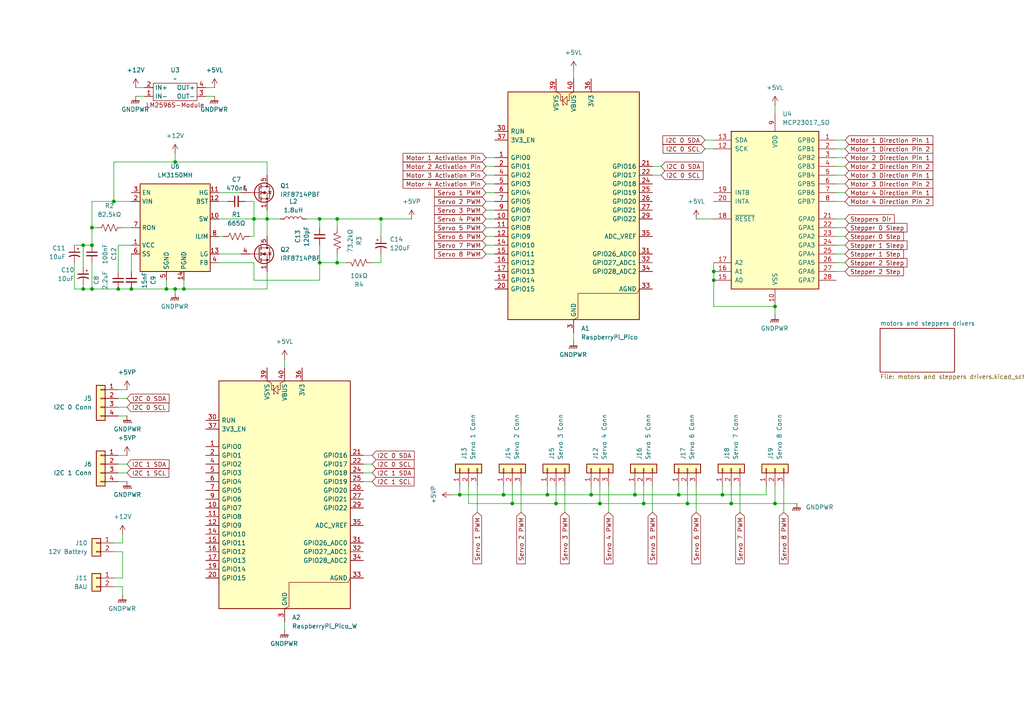
<source format=kicad_sch>
(kicad_sch (version 20250114) (generator "eeschema") (generator_version "9.0")
  (paper "A4")
  (lib_symbols
    (symbol "Connector_Generic:Conn_01x02" (pin_names (offset 1.016) (hide yes))
      (property "Reference" "J" (at 0 2.54 0))
      (property "Value" "Conn_01x02" (at 0 -5.08 0))
      (symbol "Conn_01x02_1_1"
        (pin passive line (at -5.08 0 0) (length 3.81) (name "Pin_1") (number "1"))
        (pin passive line (at -5.08 -2.54 0) (length 3.81) (name "Pin_2") (number "2"))
      )
    )
    (symbol "Connector_Generic:Conn_01x03" (pin_names (offset 1.016) (hide yes))
      (property "Reference" "J" (at 0 5.08 0))
      (property "Value" "Conn_01x03" (at 0 -5.08 0))
      (symbol "Conn_01x03_1_1"
        (pin passive line (at -5.08 2.54 0) (length 3.81) (name "Pin_1") (number "1"))
        (pin passive line (at -5.08 0 0) (length 3.81) (name "Pin_2") (number "2"))
        (pin passive line (at -5.08 -2.54 0) (length 3.81) (name "Pin_3") (number "3"))
      )
    )
    (symbol "Connector_Generic:Conn_01x04" (pin_names (offset 1.016) (hide yes))
      (property "Reference" "J" (at 0 5.08 0))
      (property "Value" "Conn_01x04" (at 0 -7.62 0))
      (symbol "Conn_01x04_1_1"
        (pin passive line (at -5.08 2.54 0) (length 3.81) (name "Pin_1") (number "1"))
        (pin passive line (at -5.08 0 0) (length 3.81) (name "Pin_2") (number "2"))
        (pin passive line (at -5.08 -2.54 0) (length 3.81) (name "Pin_3") (number "3"))
        (pin passive line (at -5.08 -5.08 0) (length 3.81) (name "Pin_4") (number "4"))
      )
    )
    (symbol "Device:C_Polarized_Small_US" (pin_numbers (hide yes)) (pin_names (offset 0.254) (hide yes))
      (property "Reference" "C" (at 0.254 1.778 0))
      (property "Value" "C_Polarized_Small_US" (at 0.254 -2.032 0))
      (symbol "C_Polarized_Small_US_1_1"
        (pin passive line (at 0 2.54 270) (length 2.032) (name "~") (number "1"))
        (pin passive line (at 0 -2.54 90) (length 2.032) (name "~") (number "2"))
      )
    )
    (symbol "Device:C_Small" (pin_numbers (hide yes)) (pin_names (offset 0.254) (hide yes))
      (property "Reference" "C" (at 0.254 1.778 0))
      (property "Value" "C_Small" (at 0.254 -2.032 0))
      (symbol "C_Small_1_1"
        (pin passive line (at 0 2.54 270) (length 2.032) (name "~") (number "1"))
        (pin passive line (at 0 -2.54 90) (length 2.032) (name "~") (number "2"))
      )
    )
    (symbol "Device:L" (pin_numbers (hide yes)) (pin_names (offset 1.016) (hide yes))
      (property "Reference" "L" (at -1.27 0 90))
      (property "Value" "L" (at 1.905 0 90))
      (symbol "L_1_1"
        (pin passive line (at 0 3.81 270) (length 1.27) (name "1") (number "1"))
        (pin passive line (at 0 -3.81 90) (length 1.27) (name "2") (number "2"))
      )
    )
    (symbol "Device:R_US" (pin_numbers (hide yes)) (pin_names (offset 0))
      (property "Reference" "R" (at 2.54 0 90))
      (property "Value" "R_US" (at -2.54 0 90))
      (symbol "R_US_1_1"
        (pin passive line (at 0 3.81 270) (length 1.27) (name "~") (number "1"))
        (pin passive line (at 0 -3.81 90) (length 1.27) (name "~") (number "2"))
      )
    )
    (symbol "Interface_Expansion:MCP23017_SO" (pin_names (offset 1.016))
      (property "Reference" "U" (at -11.43 24.13 0))
      (property "Value" "MCP23017_SO" (at 0 0 0))
      (symbol "MCP23017_SO_1_1"
        (pin bidirectional line (at -17.78 20.32 0) (length 5.08) (name "SDA") (number "13"))
        (pin input line (at -17.78 17.78 0) (length 5.08) (name "SCK") (number "12"))
        (pin tri_state line (at -17.78 5.08 0) (length 5.08) (name "INTB") (number "19"))
        (pin tri_state line (at -17.78 2.54 0) (length 5.08) (name "INTA") (number "20"))
        (pin input line (at -17.78 -2.54 0) (length 5.08) (name "~{RESET}") (number "18"))
        (pin input line (at -17.78 -15.24 0) (length 5.08) (name "A2") (number "17"))
        (pin input line (at -17.78 -17.78 0) (length 5.08) (name "A1") (number "16"))
        (pin input line (at -17.78 -20.32 0) (length 5.08) (name "A0") (number "15"))
        (pin no_connect line (at -12.7 15.24 0) (length 5.08) (hide yes) (name "NC") (number "11"))
        (pin no_connect line (at -12.7 12.7 0) (length 5.08) (hide yes) (name "NC") (number "14"))
        (pin power_in line (at 0 27.94 270) (length 5.08) (name "VDD") (number "9"))
        (pin power_in line (at 0 -27.94 90) (length 5.08) (name "VSS") (number "10"))
        (pin bidirectional line (at 17.78 20.32 180) (length 5.08) (name "GPB0") (number "1"))
        (pin bidirectional line (at 17.78 17.78 180) (length 5.08) (name "GPB1") (number "2"))
        (pin bidirectional line (at 17.78 15.24 180) (length 5.08) (name "GPB2") (number "3"))
        (pin bidirectional line (at 17.78 12.7 180) (length 5.08) (name "GPB3") (number "4"))
        (pin bidirectional line (at 17.78 10.16 180) (length 5.08) (name "GPB4") (number "5"))
        (pin bidirectional line (at 17.78 7.62 180) (length 5.08) (name "GPB5") (number "6"))
        (pin bidirectional line (at 17.78 5.08 180) (length 5.08) (name "GPB6") (number "7"))
        (pin output line (at 17.78 2.54 180) (length 5.08) (name "GPB7") (number "8"))
        (pin bidirectional line (at 17.78 -2.54 180) (length 5.08) (name "GPA0") (number "21"))
        (pin bidirectional line (at 17.78 -5.08 180) (length 5.08) (name "GPA1") (number "22"))
        (pin bidirectional line (at 17.78 -7.62 180) (length 5.08) (name "GPA2") (number "23"))
        (pin bidirectional line (at 17.78 -10.16 180) (length 5.08) (name "GPA3") (number "24"))
        (pin bidirectional line (at 17.78 -12.7 180) (length 5.08) (name "GPA4") (number "25"))
        (pin bidirectional line (at 17.78 -15.24 180) (length 5.08) (name "GPA5") (number "26"))
        (pin bidirectional line (at 17.78 -17.78 180) (length 5.08) (name "GPA6") (number "27"))
        (pin output line (at 17.78 -20.32 180) (length 5.08) (name "GPA7") (number "28"))
      )
    )
    (symbol "LM2596S-Module:LM2596S-Module"
      (property "Reference" "U" (at 0 3.556 0))
      (symbol "LM2596S-Module_1_1"
        (text "LM2596S-Module" (at 0 -3.81 0) (effects (font (size 1.27 1.27))))
        (pin input line (at -8.89 1.27 0) (length 2.54) (name "IN+") (number "2"))
        (pin input line (at -8.89 -1.27 0) (length 2.54) (name "IN-") (number "1"))
        (pin input line (at 8.89 1.27 180) (length 2.54) (name "OUT+") (number "4"))
        (pin input line (at 8.89 -1.27 180) (length 2.54) (name "OUT-") (number "3"))
      )
    )
    (symbol "MCU_Module:RaspberryPi_Pico" (pin_names (offset 0.762))
      (property "Reference" "A" (at -19.05 35.56 0))
      (property "Value" "RaspberryPi_Pico" (at 7.62 35.56 0))
      (symbol "RaspberryPi_Pico_1_1"
        (pin passive line (at -22.86 22.86 0) (length 3.81) (name "RUN") (number "30"))
        (pin passive line (at -22.86 20.32 0) (length 3.81) (name "3V3_EN") (number "37"))
        (pin bidirectional line (at -22.86 15.24 0) (length 3.81) (name "GPIO0") (number "1"))
        (pin bidirectional line (at -22.86 12.7 0) (length 3.81) (name "GPIO1") (number "2"))
        (pin bidirectional line (at -22.86 10.16 0) (length 3.81) (name "GPIO2") (number "4"))
        (pin bidirectional line (at -22.86 7.62 0) (length 3.81) (name "GPIO3") (number "5"))
        (pin bidirectional line (at -22.86 5.08 0) (length 3.81) (name "GPIO4") (number "6"))
        (pin bidirectional line (at -22.86 2.54 0) (length 3.81) (name "GPIO5") (number "7"))
        (pin bidirectional line (at -22.86 0 0) (length 3.81) (name "GPIO6") (number "9"))
        (pin bidirectional line (at -22.86 -2.54 0) (length 3.81) (name "GPIO7") (number "10"))
        (pin bidirectional line (at -22.86 -5.08 0) (length 3.81) (name "GPIO8") (number "11"))
        (pin bidirectional line (at -22.86 -7.62 0) (length 3.81) (name "GPIO9") (number "12"))
        (pin bidirectional line (at -22.86 -10.16 0) (length 3.81) (name "GPIO10") (number "14"))
        (pin bidirectional line (at -22.86 -12.7 0) (length 3.81) (name "GPIO11") (number "15"))
        (pin bidirectional line (at -22.86 -15.24 0) (length 3.81) (name "GPIO12") (number "16"))
        (pin bidirectional line (at -22.86 -17.78 0) (length 3.81) (name "GPIO13") (number "17"))
        (pin bidirectional line (at -22.86 -20.32 0) (length 3.81) (name "GPIO14") (number "19"))
        (pin bidirectional line (at -22.86 -22.86 0) (length 3.81) (name "GPIO15") (number "20"))
        (pin power_in line (at -5.08 38.1 270) (length 3.81) (name "VSYS") (number "39"))
        (pin power_out line (at 0 38.1 270) (length 3.81) (name "VBUS") (number "40"))
        (pin passive line (at 0 -35.56 90) (length 3.81) (hide yes) (name "GND") (number "13"))
        (pin passive line (at 0 -35.56 90) (length 3.81) (hide yes) (name "GND") (number "18"))
        (pin passive line (at 0 -35.56 90) (length 3.81) (hide yes) (name "GND") (number "23"))
        (pin passive line (at 0 -35.56 90) (length 3.81) (hide yes) (name "GND") (number "28"))
        (pin power_out line (at 0 -35.56 90) (length 3.81) (name "GND") (number "3"))
        (pin passive line (at 0 -35.56 90) (length 3.81) (hide yes) (name "GND") (number "38"))
        (pin passive line (at 0 -35.56 90) (length 3.81) (hide yes) (name "GND") (number "8"))
        (pin power_out line (at 5.08 38.1 270) (length 3.81) (name "3V3") (number "36"))
        (pin bidirectional line (at 22.86 12.7 180) (length 3.81) (name "GPIO16") (number "21"))
        (pin bidirectional line (at 22.86 10.16 180) (length 3.81) (name "GPIO17") (number "22"))
        (pin bidirectional line (at 22.86 7.62 180) (length 3.81) (name "GPIO18") (number "24"))
        (pin bidirectional line (at 22.86 5.08 180) (length 3.81) (name "GPIO19") (number "25"))
        (pin bidirectional line (at 22.86 2.54 180) (length 3.81) (name "GPIO20") (number "26"))
        (pin bidirectional line (at 22.86 0 180) (length 3.81) (name "GPIO21") (number "27"))
        (pin bidirectional line (at 22.86 -2.54 180) (length 3.81) (name "GPIO22") (number "29"))
        (pin power_in line (at 22.86 -7.62 180) (length 3.81) (name "ADC_VREF") (number "35"))
        (pin bidirectional line (at 22.86 -12.7 180) (length 3.81) (name "GPIO26_ADC0") (number "31"))
        (pin bidirectional line (at 22.86 -15.24 180) (length 3.81) (name "GPIO27_ADC1") (number "32"))
        (pin bidirectional line (at 22.86 -17.78 180) (length 3.81) (name "GPIO28_ADC2") (number "34"))
        (pin power_out line (at 22.86 -22.86 180) (length 3.81) (name "AGND") (number "33"))
      )
    )
    (symbol "MCU_Module:RaspberryPi_Pico_W" (pin_names (offset 0.762))
      (property "Reference" "A" (at -19.05 35.56 0))
      (property "Value" "RaspberryPi_Pico_W" (at 7.62 35.56 0))
      (symbol "RaspberryPi_Pico_W_1_1"
        (pin passive line (at -22.86 22.86 0) (length 3.81) (name "RUN") (number "30"))
        (pin passive line (at -22.86 20.32 0) (length 3.81) (name "3V3_EN") (number "37"))
        (pin bidirectional line (at -22.86 15.24 0) (length 3.81) (name "GPIO0") (number "1"))
        (pin bidirectional line (at -22.86 12.7 0) (length 3.81) (name "GPIO1") (number "2"))
        (pin bidirectional line (at -22.86 10.16 0) (length 3.81) (name "GPIO2") (number "4"))
        (pin bidirectional line (at -22.86 7.62 0) (length 3.81) (name "GPIO3") (number "5"))
        (pin bidirectional line (at -22.86 5.08 0) (length 3.81) (name "GPIO4") (number "6"))
        (pin bidirectional line (at -22.86 2.54 0) (length 3.81) (name "GPIO5") (number "7"))
        (pin bidirectional line (at -22.86 0 0) (length 3.81) (name "GPIO6") (number "9"))
        (pin bidirectional line (at -22.86 -2.54 0) (length 3.81) (name "GPIO7") (number "10"))
        (pin bidirectional line (at -22.86 -5.08 0) (length 3.81) (name "GPIO8") (number "11"))
        (pin bidirectional line (at -22.86 -7.62 0) (length 3.81) (name "GPIO9") (number "12"))
        (pin bidirectional line (at -22.86 -10.16 0) (length 3.81) (name "GPIO10") (number "14"))
        (pin bidirectional line (at -22.86 -12.7 0) (length 3.81) (name "GPIO11") (number "15"))
        (pin bidirectional line (at -22.86 -15.24 0) (length 3.81) (name "GPIO12") (number "16"))
        (pin bidirectional line (at -22.86 -17.78 0) (length 3.81) (name "GPIO13") (number "17"))
        (pin bidirectional line (at -22.86 -20.32 0) (length 3.81) (name "GPIO14") (number "19"))
        (pin bidirectional line (at -22.86 -22.86 0) (length 3.81) (name "GPIO15") (number "20"))
        (pin power_in line (at -5.08 38.1 270) (length 3.81) (name "VSYS") (number "39"))
        (pin power_out line (at 0 38.1 270) (length 3.81) (name "VBUS") (number "40"))
        (pin passive line (at 0 -35.56 90) (length 3.81) (hide yes) (name "GND") (number "13"))
        (pin passive line (at 0 -35.56 90) (length 3.81) (hide yes) (name "GND") (number "18"))
        (pin passive line (at 0 -35.56 90) (length 3.81) (hide yes) (name "GND") (number "23"))
        (pin passive line (at 0 -35.56 90) (length 3.81) (hide yes) (name "GND") (number "28"))
        (pin power_out line (at 0 -35.56 90) (length 3.81) (name "GND") (number "3"))
        (pin passive line (at 0 -35.56 90) (length 3.81) (hide yes) (name "GND") (number "38"))
        (pin passive line (at 0 -35.56 90) (length 3.81) (hide yes) (name "GND") (number "8"))
        (pin power_out line (at 5.08 38.1 270) (length 3.81) (name "3V3") (number "36"))
        (pin bidirectional line (at 22.86 12.7 180) (length 3.81) (name "GPIO16") (number "21"))
        (pin bidirectional line (at 22.86 10.16 180) (length 3.81) (name "GPIO17") (number "22"))
        (pin bidirectional line (at 22.86 7.62 180) (length 3.81) (name "GPIO18") (number "24"))
        (pin bidirectional line (at 22.86 5.08 180) (length 3.81) (name "GPIO19") (number "25"))
        (pin bidirectional line (at 22.86 2.54 180) (length 3.81) (name "GPIO20") (number "26"))
        (pin bidirectional line (at 22.86 0 180) (length 3.81) (name "GPIO21") (number "27"))
        (pin bidirectional line (at 22.86 -2.54 180) (length 3.81) (name "GPIO22") (number "29"))
        (pin power_in line (at 22.86 -7.62 180) (length 3.81) (name "ADC_VREF") (number "35"))
        (pin bidirectional line (at 22.86 -12.7 180) (length 3.81) (name "GPIO26_ADC0") (number "31"))
        (pin bidirectional line (at 22.86 -15.24 180) (length 3.81) (name "GPIO27_ADC1") (number "32"))
        (pin bidirectional line (at 22.86 -17.78 180) (length 3.81) (name "GPIO28_ADC2") (number "34"))
        (pin power_out line (at 22.86 -22.86 180) (length 3.81) (name "AGND") (number "33"))
      )
    )
    (symbol "Regulator_Switching:LM3150MH"
      (property "Reference" "U" (at -10.16 13.97 0))
      (property "Value" "LM3150MH" (at 2.54 13.97 0))
      (symbol "LM3150MH_1_1"
        (pin input line (at -12.7 10.16 0) (length 2.54) (name "EN") (number "3"))
        (pin power_in line (at -12.7 7.62 0) (length 2.54) (name "VIN") (number "2"))
        (pin input line (at -12.7 0 0) (length 2.54) (name "RON") (number "7"))
        (pin power_out line (at -12.7 -5.08 0) (length 2.54) (name "VCC") (number "1"))
        (pin passive line (at -12.7 -7.62 0) (length 2.54) (name "SS") (number "6"))
        (pin passive line (at -2.54 -15.24 90) (length 2.54) (hide yes) (name "SGND") (number "15"))
        (pin power_in line (at -2.54 -15.24 90) (length 2.54) (name "SGND") (number "5"))
        (pin passive line (at -2.54 -15.24 90) (length 2.54) (hide yes) (name "SGND") (number "9"))
        (pin power_in line (at 2.54 -15.24 90) (length 2.54) (name "PGND") (number "14"))
        (pin output line (at 12.7 10.16 180) (length 2.54) (name "HG") (number "11"))
        (pin passive line (at 12.7 7.62 180) (length 2.54) (name "BST") (number "12"))
        (pin output line (at 12.7 2.54 180) (length 2.54) (name "SW") (number "10"))
        (pin input line (at 12.7 -2.54 180) (length 2.54) (name "ILIM") (number "8"))
        (pin output line (at 12.7 -7.62 180) (length 2.54) (name "LG") (number "13"))
        (pin input line (at 12.7 -10.16 180) (length 2.54) (name "FB") (number "4"))
      )
    )
    (symbol "Transistor_FET:IRF8721PBF-1" (pin_names (hide yes))
      (property "Reference" "Q" (at 5.08 2.54 0))
      (property "Value" "IRF8721PBF-1" (at 5.08 0 0))
      (symbol "IRF8721PBF-1_1_1"
        (pin input line (at -5.08 0 0) (length 2.54) (name "G") (number "4"))
        (pin passive line (at 2.54 5.08 270) (length 2.54) (name "D") (number "5"))
        (pin passive line (at 2.54 5.08 270) (length 2.54) (hide yes) (name "D") (number "6"))
        (pin passive line (at 2.54 5.08 270) (length 2.54) (hide yes) (name "D") (number "7"))
        (pin passive line (at 2.54 5.08 270) (length 2.54) (hide yes) (name "D") (number "8"))
        (pin passive line (at 2.54 -5.08 90) (length 2.54) (name "S") (number "1"))
        (pin passive line (at 2.54 -5.08 90) (length 2.54) (hide yes) (name "S") (number "2"))
        (pin passive line (at 2.54 -5.08 90) (length 2.54) (hide yes) (name "S") (number "3"))
      )
    )
    (symbol "power:+12V" (power) (pin_numbers (hide yes)) (pin_names (offset 0) (hide yes))
      (property "Value" "+12V" (at 0 3.556 0))
      (symbol "+12V_1_1"
        (pin power_in line (at 0 0 90) (length 0) (name "~") (number "1"))
      )
    )
    (symbol "power:+5VL" (power) (pin_numbers (hide yes)) (pin_names (offset 0) (hide yes))
      (property "Value" "+5VL" (at 0 3.556 0))
      (symbol "+5VL_1_1"
        (pin power_in line (at 0 0 90) (length 0) (name "~") (number "1"))
      )
    )
    (symbol "power:+5VP" (power) (pin_numbers (hide yes)) (pin_names (offset 0) (hide yes))
      (property "Value" "+5VP" (at 0 3.556 0))
      (symbol "+5VP_1_1"
        (pin power_in line (at 0 0 90) (length 0) (name "~") (number "1"))
      )
    )
    (symbol "power:GNDPWR" (power) (pin_numbers (hide yes)) (pin_names (offset 0) (hide yes))
      (property "Value" "GNDPWR" (at 0 -3.302 0))
      (symbol "GNDPWR_1_1"
        (pin power_in line (at 0 0 270) (length 0) (name "~") (number "1"))
      )
    )
  )
  (junction (at 26.67 66.04))
  (junction (at 224.79 88.9))
  (junction (at 50.8 83.82))
  (junction (at 38.1 83.82))
  (junction (at 48.26 83.82))
  (junction (at 207.01 81.28))
  (junction (at 34.29 83.82))
  (junction (at 133.35 143.51))
  (junction (at 184.15 143.51))
  (junction (at 209.55 143.51))
  (junction (at 110.49 63.5))
  (junction (at 53.34 83.82))
  (junction (at 73.66 63.5))
  (junction (at 196.85 143.51))
  (junction (at 207.01 78.74))
  (junction (at 77.47 63.5))
  (junction (at 33.02 58.42))
  (junction (at 26.67 71.12))
  (junction (at 148.59 146.05))
  (junction (at 97.79 76.2))
  (junction (at 24.13 71.12))
  (junction (at 50.8 46.99))
  (junction (at 171.45 143.51))
  (junction (at 92.71 63.5))
  (junction (at 158.75 143.51))
  (junction (at 173.99 146.05))
  (junction (at 186.69 146.05))
  (junction (at 212.09 146.05))
  (junction (at 224.79 146.05))
  (junction (at 26.67 83.82))
  (junction (at 24.13 83.82))
  (junction (at 146.05 143.51))
  (junction (at 97.79 63.5))
  (junction (at 92.71 76.2))
  (junction (at 161.29 146.05))
  (junction (at 199.39 146.05))
  (wire (pts (xy 207.01 76.2) (xy 207.01 78.74)))
  (wire (pts (xy 148.59 146.05) (xy 161.29 146.05)))
  (wire (pts (xy 77.47 60.96) (xy 77.47 63.5)))
  (wire (pts (xy 204.47 40.64) (xy 207.01 40.64)))
  (wire (pts (xy 146.05 143.51) (xy 146.05 140.97)))
  (wire (pts (xy 140.97 73.66) (xy 143.51 73.66)))
  (wire (pts (xy 26.67 66.04) (xy 27.94 66.04)))
  (wire (pts (xy 196.85 143.51) (xy 196.85 140.97)))
  (wire (pts (xy 72.39 68.58) (xy 73.66 68.58)))
  (wire (pts (xy 34.29 118.11) (xy 36.83 118.11)))
  (wire (pts (xy 245.11 43.18) (xy 242.57 43.18)))
  (wire (pts (xy 245.11 50.8) (xy 242.57 50.8)))
  (wire (pts (xy 34.29 115.57) (xy 36.83 115.57)))
  (wire (pts (xy 63.5 58.42) (xy 66.04 58.42)))
  (wire (pts (xy 209.55 143.51) (xy 209.55 140.97)))
  (wire (pts (xy 33.02 170.18) (xy 35.56 170.18)))
  (wire (pts (xy 24.13 82.55) (xy 24.13 83.82)))
  (wire (pts (xy 26.67 58.42) (xy 26.67 66.04)))
  (wire (pts (xy 148.59 146.05) (xy 148.59 140.97)))
  (wire (pts (xy 166.37 96.52) (xy 166.37 99.06)))
  (wire (pts (xy 35.56 154.94) (xy 35.56 157.48)))
  (wire (pts (xy 245.11 68.58) (xy 242.57 68.58)))
  (wire (pts (xy 140.97 48.26) (xy 143.51 48.26)))
  (wire (pts (xy 201.93 148.59) (xy 201.93 140.97)))
  (wire (pts (xy 245.11 66.04) (xy 242.57 66.04)))
  (wire (pts (xy 21.59 83.82) (xy 24.13 83.82)))
  (wire (pts (xy 186.69 146.05) (xy 199.39 146.05)))
  (wire (pts (xy 135.89 146.05) (xy 148.59 146.05)))
  (wire (pts (xy 140.97 58.42) (xy 143.51 58.42)))
  (wire (pts (xy 176.53 148.59) (xy 176.53 140.97)))
  (wire (pts (xy 158.75 143.51) (xy 171.45 143.51)))
  (wire (pts (xy 201.93 63.5) (xy 207.01 63.5)))
  (wire (pts (xy 186.69 146.05) (xy 186.69 140.97)))
  (wire (pts (xy 110.49 68.58) (xy 110.49 63.5)))
  (wire (pts (xy 33.02 157.48) (xy 35.56 157.48)))
  (wire (pts (xy 212.09 146.05) (xy 212.09 140.97)))
  (wire (pts (xy 110.49 76.2) (xy 107.95 76.2)))
  (wire (pts (xy 73.66 63.5) (xy 73.66 68.58)))
  (wire (pts (xy 77.47 63.5) (xy 81.28 63.5)))
  (wire (pts (xy 166.37 20.32) (xy 166.37 22.86)))
  (wire (pts (xy 24.13 71.12) (xy 26.67 71.12)))
  (wire (pts (xy 50.8 46.99) (xy 33.02 46.99)))
  (wire (pts (xy 38.1 83.82) (xy 48.26 83.82)))
  (wire (pts (xy 82.55 180.34) (xy 82.55 182.88)))
  (wire (pts (xy 88.9 63.5) (xy 92.71 63.5)))
  (wire (pts (xy 163.83 148.59) (xy 163.83 140.97)))
  (wire (pts (xy 24.13 77.47) (xy 24.13 71.12)))
  (wire (pts (xy 224.79 30.48) (xy 224.79 33.02)))
  (wire (pts (xy 73.66 63.5) (xy 77.47 63.5)))
  (wire (pts (xy 59.69 27.94) (xy 62.23 27.94)))
  (wire (pts (xy 77.47 63.5) (xy 77.47 68.58)))
  (wire (pts (xy 110.49 73.66) (xy 110.49 76.2)))
  (wire (pts (xy 73.66 76.2) (xy 63.5 76.2)))
  (wire (pts (xy 245.11 76.2) (xy 242.57 76.2)))
  (wire (pts (xy 138.43 148.59) (xy 138.43 140.97)))
  (wire (pts (xy 151.13 148.59) (xy 151.13 140.97)))
  (wire (pts (xy 35.56 160.02) (xy 35.56 167.64)))
  (wire (pts (xy 33.02 46.99) (xy 33.02 58.42)))
  (wire (pts (xy 77.47 83.82) (xy 53.34 83.82)))
  (wire (pts (xy 171.45 143.51) (xy 171.45 140.97)))
  (wire (pts (xy 97.79 76.2) (xy 100.33 76.2)))
  (wire (pts (xy 173.99 146.05) (xy 186.69 146.05)))
  (wire (pts (xy 222.25 143.51) (xy 222.25 140.97)))
  (wire (pts (xy 133.35 143.51) (xy 146.05 143.51)))
  (wire (pts (xy 105.41 137.16) (xy 107.95 137.16)))
  (wire (pts (xy 38.1 73.66) (xy 38.1 78.74)))
  (wire (pts (xy 77.47 78.74) (xy 77.47 83.82)))
  (wire (pts (xy 36.83 139.7) (xy 34.29 139.7)))
  (wire (pts (xy 77.47 50.8) (xy 77.47 46.99)))
  (wire (pts (xy 224.79 88.9) (xy 224.79 91.44)))
  (wire (pts (xy 184.15 143.51) (xy 184.15 140.97)))
  (wire (pts (xy 224.79 146.05) (xy 224.79 140.97)))
  (wire (pts (xy 26.67 66.04) (xy 26.67 71.12)))
  (wire (pts (xy 146.05 143.51) (xy 158.75 143.51)))
  (wire (pts (xy 82.55 104.14) (xy 82.55 106.68)))
  (wire (pts (xy 34.29 137.16) (xy 36.83 137.16)))
  (wire (pts (xy 199.39 146.05) (xy 199.39 140.97)))
  (wire (pts (xy 207.01 81.28) (xy 207.01 88.9)))
  (wire (pts (xy 92.71 63.5) (xy 92.71 66.04)))
  (wire (pts (xy 110.49 63.5) (xy 119.38 63.5)))
  (wire (pts (xy 33.02 58.42) (xy 38.1 58.42)))
  (wire (pts (xy 161.29 146.05) (xy 173.99 146.05)))
  (wire (pts (xy 77.47 46.99) (xy 50.8 46.99)))
  (wire (pts (xy 140.97 63.5) (xy 143.51 63.5)))
  (wire (pts (xy 140.97 50.8) (xy 143.51 50.8)))
  (wire (pts (xy 207.01 78.74) (xy 207.01 81.28)))
  (wire (pts (xy 135.89 146.05) (xy 135.89 140.97)))
  (wire (pts (xy 35.56 160.02) (xy 33.02 160.02)))
  (wire (pts (xy 173.99 146.05) (xy 173.99 140.97)))
  (wire (pts (xy 140.97 68.58) (xy 143.51 68.58)))
  (wire (pts (xy 107.95 132.08) (xy 105.41 132.08)))
  (wire (pts (xy 92.71 63.5) (xy 97.79 63.5)))
  (wire (pts (xy 133.35 143.51) (xy 133.35 140.97)))
  (wire (pts (xy 92.71 81.28) (xy 92.71 76.2)))
  (wire (pts (xy 73.66 76.2) (xy 73.66 81.28)))
  (wire (pts (xy 34.29 71.12) (xy 38.1 71.12)))
  (wire (pts (xy 199.39 146.05) (xy 212.09 146.05)))
  (wire (pts (xy 35.56 66.04) (xy 38.1 66.04)))
  (wire (pts (xy 227.33 148.59) (xy 227.33 140.97)))
  (wire (pts (xy 245.11 58.42) (xy 242.57 58.42)))
  (wire (pts (xy 26.67 83.82) (xy 34.29 83.82)))
  (wire (pts (xy 245.11 48.26) (xy 242.57 48.26)))
  (wire (pts (xy 92.71 76.2) (xy 97.79 76.2)))
  (wire (pts (xy 48.26 81.28) (xy 48.26 83.82)))
  (wire (pts (xy 36.83 113.03) (xy 34.29 113.03)))
  (wire (pts (xy 214.63 148.59) (xy 214.63 140.97)))
  (wire (pts (xy 50.8 83.82) (xy 53.34 83.82)))
  (wire (pts (xy 245.11 53.34) (xy 242.57 53.34)))
  (wire (pts (xy 184.15 143.51) (xy 196.85 143.51)))
  (wire (pts (xy 207.01 88.9) (xy 224.79 88.9)))
  (wire (pts (xy 196.85 143.51) (xy 209.55 143.51)))
  (wire (pts (xy 245.11 55.88) (xy 242.57 55.88)))
  (wire (pts (xy 35.56 167.64) (xy 33.02 167.64)))
  (wire (pts (xy 204.47 43.18) (xy 207.01 43.18)))
  (wire (pts (xy 107.95 134.62) (xy 105.41 134.62)))
  (wire (pts (xy 21.59 71.12) (xy 24.13 71.12)))
  (wire (pts (xy 34.29 78.74) (xy 34.29 71.12)))
  (wire (pts (xy 130.81 143.51) (xy 133.35 143.51)))
  (wire (pts (xy 140.97 55.88) (xy 143.51 55.88)))
  (wire (pts (xy 36.83 132.08) (xy 34.29 132.08)))
  (wire (pts (xy 59.69 25.4) (xy 62.23 25.4)))
  (wire (pts (xy 97.79 76.2) (xy 97.79 73.66)))
  (wire (pts (xy 92.71 71.12) (xy 92.71 76.2)))
  (wire (pts (xy 245.11 71.12) (xy 242.57 71.12)))
  (wire (pts (xy 171.45 143.51) (xy 184.15 143.51)))
  (wire (pts (xy 189.23 48.26) (xy 191.77 48.26)))
  (wire (pts (xy 34.29 134.62) (xy 36.83 134.62)))
  (wire (pts (xy 209.55 143.51) (xy 222.25 143.51)))
  (wire (pts (xy 73.66 58.42) (xy 73.66 63.5)))
  (wire (pts (xy 245.11 73.66) (xy 242.57 73.66)))
  (wire (pts (xy 21.59 76.2) (xy 21.59 83.82)))
  (wire (pts (xy 189.23 50.8) (xy 191.77 50.8)))
  (wire (pts (xy 158.75 143.51) (xy 158.75 140.97)))
  (wire (pts (xy 212.09 146.05) (xy 224.79 146.05)))
  (wire (pts (xy 140.97 53.34) (xy 143.51 53.34)))
  (wire (pts (xy 224.79 146.05) (xy 231.14 146.05)))
  (wire (pts (xy 24.13 83.82) (xy 26.67 83.82)))
  (wire (pts (xy 26.67 58.42) (xy 33.02 58.42)))
  (wire (pts (xy 39.37 27.94) (xy 41.91 27.94)))
  (wire (pts (xy 50.8 44.45) (xy 50.8 46.99)))
  (wire (pts (xy 140.97 45.72) (xy 143.51 45.72)))
  (wire (pts (xy 50.8 83.82) (xy 50.8 85.09)))
  (wire (pts (xy 140.97 71.12) (xy 143.51 71.12)))
  (wire (pts (xy 35.56 170.18) (xy 35.56 172.72)))
  (wire (pts (xy 63.5 63.5) (xy 73.66 63.5)))
  (wire (pts (xy 48.26 83.82) (xy 50.8 83.82)))
  (wire (pts (xy 36.83 120.65) (xy 34.29 120.65)))
  (wire (pts (xy 189.23 148.59) (xy 189.23 140.97)))
  (wire (pts (xy 245.11 40.64) (xy 242.57 40.64)))
  (wire (pts (xy 53.34 81.28) (xy 53.34 83.82)))
  (wire (pts (xy 71.12 58.42) (xy 73.66 58.42)))
  (wire (pts (xy 39.37 25.4) (xy 41.91 25.4)))
  (wire (pts (xy 140.97 60.96) (xy 143.51 60.96)))
  (wire (pts (xy 73.66 81.28) (xy 92.71 81.28)))
  (wire (pts (xy 63.5 68.58) (xy 64.77 68.58)))
  (wire (pts (xy 161.29 146.05) (xy 161.29 140.97)))
  (wire (pts (xy 34.29 83.82) (xy 38.1 83.82)))
  (wire (pts (xy 245.11 45.72) (xy 242.57 45.72)))
  (wire (pts (xy 97.79 66.04) (xy 97.79 63.5)))
  (wire (pts (xy 63.5 55.88) (xy 69.85 55.88)))
  (wire (pts (xy 245.11 78.74) (xy 242.57 78.74)))
  (wire (pts (xy 245.11 63.5) (xy 242.57 63.5)))
  (wire (pts (xy 26.67 76.2) (xy 26.67 83.82)))
  (wire (pts (xy 63.5 73.66) (xy 69.85 73.66)))
  (wire (pts (xy 140.97 66.04) (xy 143.51 66.04)))
  (wire (pts (xy 105.41 139.7) (xy 107.95 139.7)))
  (wire (pts (xy 97.79 63.5) (xy 110.49 63.5)))
  (global_label "Motor 4 Activation Pin" (shape input) (at 140.97 53.34 180) (property "Intersheetrefs" "${INTERSHEET_REFS}" (effects (hide yes))))
  (global_label "Motor 3 Activation Pin" (shape input) (at 140.97 50.8 180) (property "Intersheetrefs" "${INTERSHEET_REFS}" (effects (hide yes))))
  (global_label "Motor 2 Direction Pin 2" (shape input) (at 245.11 48.26 0) (property "Intersheetrefs" "${INTERSHEET_REFS}" (effects (hide yes))))
  (global_label "I2C 0 SDA" (shape input) (at 204.47 40.64 180) (property "Intersheetrefs" "${INTERSHEET_REFS}" (effects (hide yes))))
  (global_label "Servo 2 PWM" (shape input) (at 151.13 148.59 270) (property "Intersheetrefs" "${INTERSHEET_REFS}" (effects (hide yes))))
  (global_label "Stepper 1 Sleep" (shape input) (at 245.11 71.12 0) (property "Intersheetrefs" "${INTERSHEET_REFS}" (effects (hide yes))))
  (global_label "Servo 7 PWM" (shape input) (at 140.97 71.12 180) (property "Intersheetrefs" "${INTERSHEET_REFS}" (effects (hide yes))))
  (global_label "I2C 1 SCL" (shape input) (at 36.83 137.16 0) (property "Intersheetrefs" "${INTERSHEET_REFS}" (effects (hide yes))))
  (global_label "Servo 6 PWM" (shape input) (at 140.97 68.58 180) (property "Intersheetrefs" "${INTERSHEET_REFS}" (effects (hide yes))))
  (global_label "Motor 3 Direction Pin 1" (shape input) (at 245.11 50.8 0) (property "Intersheetrefs" "${INTERSHEET_REFS}" (effects (hide yes))))
  (global_label "Servo 3 PWM" (shape input) (at 163.83 148.59 270) (property "Intersheetrefs" "${INTERSHEET_REFS}" (effects (hide yes))))
  (global_label "I2C 0 SDA" (shape input) (at 107.95 132.08 0) (property "Intersheetrefs" "${INTERSHEET_REFS}" (effects (hide yes))))
  (global_label "Motor 1 Direction Pin 1" (shape input) (at 245.11 40.64 0) (property "Intersheetrefs" "${INTERSHEET_REFS}" (effects (hide yes))))
  (global_label "Servo 5 PWM" (shape input) (at 189.23 148.59 270) (property "Intersheetrefs" "${INTERSHEET_REFS}" (effects (hide yes))))
  (global_label "Servo 4 PWM" (shape input) (at 176.53 148.59 270) (property "Intersheetrefs" "${INTERSHEET_REFS}" (effects (hide yes))))
  (global_label "Motor 4 Direction Pin 1" (shape input) (at 245.11 55.88 0) (property "Intersheetrefs" "${INTERSHEET_REFS}" (effects (hide yes))))
  (global_label "Servo 8 PWM" (shape input) (at 227.33 148.59 270) (property "Intersheetrefs" "${INTERSHEET_REFS}" (effects (hide yes))))
  (global_label "Motor 4 Direction Pin 2" (shape input) (at 245.11 58.42 0) (property "Intersheetrefs" "${INTERSHEET_REFS}" (effects (hide yes))))
  (global_label "I2C 0 SCL" (shape input) (at 191.77 50.8 0) (property "Intersheetrefs" "${INTERSHEET_REFS}" (effects (hide yes))))
  (global_label "I2C 1 SDA" (shape input) (at 36.83 134.62 0) (property "Intersheetrefs" "${INTERSHEET_REFS}" (effects (hide yes))))
  (global_label "Motor 1 Activation Pin" (shape input) (at 140.97 45.72 180) (property "Intersheetrefs" "${INTERSHEET_REFS}" (effects (hide yes))))
  (global_label "Stepper 2 Step" (shape input) (at 245.11 78.74 0) (property "Intersheetrefs" "${INTERSHEET_REFS}" (effects (hide yes))))
  (global_label "Servo 6 PWM" (shape input) (at 201.93 148.59 270) (property "Intersheetrefs" "${INTERSHEET_REFS}" (effects (hide yes))))
  (global_label "I2C 0 SCL" (shape input) (at 36.83 118.11 0) (property "Intersheetrefs" "${INTERSHEET_REFS}" (effects (hide yes))))
  (global_label "Stepper 1 Step" (shape input) (at 245.11 73.66 0) (property "Intersheetrefs" "${INTERSHEET_REFS}" (effects (hide yes))))
  (global_label "Servo 7 PWM" (shape input) (at 214.63 148.59 270) (property "Intersheetrefs" "${INTERSHEET_REFS}" (effects (hide yes))))
  (global_label "I2C 1 SDA" (shape input) (at 107.95 137.16 0) (property "Intersheetrefs" "${INTERSHEET_REFS}" (effects (hide yes))))
  (global_label "Motor 3 Direction Pin 2" (shape input) (at 245.11 53.34 0) (property "Intersheetrefs" "${INTERSHEET_REFS}" (effects (hide yes))))
  (global_label "Servo 4 PWM" (shape input) (at 140.97 63.5 180) (property "Intersheetrefs" "${INTERSHEET_REFS}" (effects (hide yes))))
  (global_label "I2C 0 SCL" (shape input) (at 204.47 43.18 180) (property "Intersheetrefs" "${INTERSHEET_REFS}" (effects (hide yes))))
  (global_label "I2C 0 SDA" (shape input) (at 191.77 48.26 0) (property "Intersheetrefs" "${INTERSHEET_REFS}" (effects (hide yes))))
  (global_label "I2C 1 SCL" (shape input) (at 107.95 139.7 0) (property "Intersheetrefs" "${INTERSHEET_REFS}" (effects (hide yes))))
  (global_label "Servo 1 PWM" (shape input) (at 140.97 55.88 180) (property "Intersheetrefs" "${INTERSHEET_REFS}" (effects (hide yes))))
  (global_label "Servo 8 PWM" (shape input) (at 140.97 73.66 180) (property "Intersheetrefs" "${INTERSHEET_REFS}" (effects (hide yes))))
  (global_label "Servo 5 PWM" (shape input) (at 140.97 66.04 180) (property "Intersheetrefs" "${INTERSHEET_REFS}" (effects (hide yes))))
  (global_label "Motor 2 Activation Pin" (shape input) (at 140.97 48.26 180) (property "Intersheetrefs" "${INTERSHEET_REFS}" (effects (hide yes))))
  (global_label "I2C 0 SDA" (shape input) (at 36.83 115.57 0) (property "Intersheetrefs" "${INTERSHEET_REFS}" (effects (hide yes))))
  (global_label "Servo 3 PWM" (shape input) (at 140.97 60.96 180) (property "Intersheetrefs" "${INTERSHEET_REFS}" (effects (hide yes))))
  (global_label "Motor 2 Direction Pin 1" (shape input) (at 245.11 45.72 0) (property "Intersheetrefs" "${INTERSHEET_REFS}" (effects (hide yes))))
  (global_label "Stepper 0 Sleep" (shape input) (at 245.11 66.04 0) (property "Intersheetrefs" "${INTERSHEET_REFS}" (effects (hide yes))))
  (global_label "Stepper 0 Step" (shape input) (at 245.11 68.58 0) (property "Intersheetrefs" "${INTERSHEET_REFS}" (effects (hide yes))))
  (global_label "Motor 1 Direction Pin 2" (shape input) (at 245.11 43.18 0) (property "Intersheetrefs" "${INTERSHEET_REFS}" (effects (hide yes))))
  (global_label "I2C 0 SCL" (shape input) (at 107.95 134.62 0) (property "Intersheetrefs" "${INTERSHEET_REFS}" (effects (hide yes))))
  (global_label "Steppers Dir" (shape input) (at 245.11 63.5 0) (property "Intersheetrefs" "${INTERSHEET_REFS}" (effects (hide yes))))
  (global_label "Servo 1 PWM" (shape input) (at 138.43 148.59 270) (property "Intersheetrefs" "${INTERSHEET_REFS}" (effects (hide yes))))
  (global_label "Servo 2 PWM" (shape input) (at 140.97 58.42 180) (property "Intersheetrefs" "${INTERSHEET_REFS}" (effects (hide yes))))
  (global_label "Stepper 2 Sleep" (shape input) (at 245.11 76.2 0) (property "Intersheetrefs" "${INTERSHEET_REFS}" (effects (hide yes))))
  (symbol (lib_id "Device:C_Polarized_Small_US") (at 21.59 73.66 0) (mirror y) (unit 1)
    (property "Reference" "C11" (at 19.05 71.9581 0) (effects (justify left)))
    (property "Value" "10uF" (at 19.05 74.4981 0) (effects (justify left)))
    (property "Footprint" "Capacitor_THT:CP_Radial_D5.0mm_P2.50mm" (effects (hide yes)))
    (property "Description" "Polarized capacitor, small US symbol" (effects (hide yes)))
  )
  (symbol (lib_id "Connector_Generic:Conn_01x03") (at 148.59 135.89 90) (unit 1)
    (property "Reference" "J14" (at 147.3199 133.35 0) (effects (justify left)))
    (property "Value" "Servo 2 Conn" (at 149.8599 133.35 0) (effects (justify left)))
    (property "Footprint" "Connector_PinHeader_2.54mm:PinHeader_1x03_P2.54mm_Vertical" (effects (hide yes)))
    (property "Description" "Generic connector, single row, 01x03, script generated (kicad-library-utils/schlib/autogen/connector/)" (effects (hide yes)))
  )
  (symbol (lib_id "Connector_Generic:Conn_01x02") (at 27.94 157.48 0) (mirror y) (unit 1)
    (property "Reference" "J10" (at 25.4 157.4799 0) (effects (justify left)))
    (property "Value" "12V Battery" (at 25.4 160.0199 0) (effects (justify left)))
    (property "Footprint" "Connector_PinHeader_2.54mm:PinHeader_1x02_P2.54mm_Vertical" (effects (hide yes)))
    (property "Description" "Generic connector, single row, 01x02, script generated (kicad-library-utils/schlib/autogen/connector/)" (effects (hide yes)))
  )
  (symbol (lib_id "power:+5VL") (at 82.55 104.14 0) (unit 1)
    (property "Reference" "#PWR038" (effects (hide yes)))
    (property "Value" "+5VL" (at 82.55 99.06 0))
    (property "Description" "Power symbol creates a global label with name \"+5VL\"" (effects (hide yes)))
  )
  (symbol (lib_id "Connector_Generic:Conn_01x04") (at 29.21 134.62 0) (mirror y) (unit 1)
    (property "Reference" "J6" (at 26.67 134.6199 0) (effects (justify left)))
    (property "Value" "I2C 1 Conn" (at 26.67 137.1599 0) (effects (justify left)))
    (property "Footprint" "Connector_PinHeader_2.54mm:PinHeader_1x04_P2.54mm_Vertical" (effects (hide yes)))
    (property "Description" "Generic connector, single row, 01x04, script generated (kicad-library-utils/schlib/autogen/connector/)" (effects (hide yes)))
  )
  (symbol (lib_id "power:GNDPWR") (at 231.14 146.05 0) (unit 1)
    (property "Reference" "#PWR043" (effects (hide yes)))
    (property "Value" "GNDPWR" (at 233.68 147.1167 0) (effects (justify left)))
    (property "Description" "Power symbol creates a global label with name \"GNDPWR\" , global ground" (effects (hide yes)))
  )
  (symbol (lib_id "power:+5VP") (at 36.83 113.03 0) (mirror y) (unit 1)
    (property "Reference" "#PWR021" (effects (hide yes)))
    (property "Value" "+5VP" (at 36.83 107.95 0))
    (property "Description" "Power symbol creates a global label with name \"+5VP\"" (effects (hide yes)))
  )
  (symbol (lib_id "Transistor_FET:IRF8721PBF-1") (at 74.93 73.66 0) (unit 1)
    (property "Reference" "Q2" (at 81.28 72.3899 0) (effects (justify left)))
    (property "Value" "IRF8714PBF" (at 81.28 74.9299 0) (effects (justify left)))
    (property "Footprint" "Package_SO:SOIC-8_3.9x4.9mm_P1.27mm" (effects (hide yes)))
    (property "Datasheet" "http://www.irf.com/product-info/datasheets/data/irf8721pbf-1.pdf" (effects (hide yes)))
    (property "Description" "14A Id, 30V Vds, HEXFET N-Channel MOSFET, SO-8" (effects (hide yes)))
  )
  (symbol (lib_id "power:GNDPWR") (at 36.83 139.7 0) (mirror y) (unit 1)
    (property "Reference" "#PWR024" (effects (hide yes)))
    (property "Value" "GNDPWR" (at 36.957 143.51 0))
    (property "Description" "Power symbol creates a global label with name \"GNDPWR\" , global ground" (effects (hide yes)))
  )
  (symbol (lib_id "Connector_Generic:Conn_01x02") (at 27.94 167.64 0) (mirror y) (unit 1)
    (property "Reference" "J11" (at 25.4 167.6399 0) (effects (justify left)))
    (property "Value" "BAU" (at 25.4 170.1799 0) (effects (justify left)))
    (property "Footprint" "Connector_PinHeader_2.54mm:PinHeader_1x02_P2.54mm_Vertical" (effects (hide yes)))
    (property "Description" "Generic connector, single row, 01x02, script generated (kicad-library-utils/schlib/autogen/connector/)" (effects (hide yes)))
  )
  (symbol (lib_id "Device:C_Polarized_Small_US") (at 24.13 80.01 0) (mirror y) (unit 1)
    (property "Reference" "C10" (at 21.59 78.3081 0) (effects (justify left)))
    (property "Value" "10uF" (at 21.59 80.8481 0) (effects (justify left)))
    (property "Footprint" "Capacitor_THT:CP_Radial_D5.0mm_P2.50mm" (effects (hide yes)))
    (property "Description" "Polarized capacitor, small US symbol" (effects (hide yes)))
  )
  (symbol (lib_id "Regulator_Switching:LM3150MH") (at 50.8 66.04 0) (unit 1)
    (property "Reference" "U6" (at 50.8 48.26 0))
    (property "Value" "LM3150MH" (at 50.8 50.8 0))
    (property "Footprint" "Package_SO:HTSSOP-14-1EP_4.4x5mm_P0.65mm_EP3.4x5mm_Mask3x3.1mm" (effects (hide yes)))
    (property "Datasheet" "http://www.ti.com/lit/ds/symlink/lm3150.pdf" (effects (hide yes)))
    (property "Description" "42V Wide Vin synchronous Buck controller, HTSSOP-14" (effects (hide yes)))
  )
  (symbol (lib_id "power:GNDPWR") (at 62.23 27.94 0) (unit 1)
    (property "Reference" "#PWR014" (effects (hide yes)))
    (property "Value" "GNDPWR" (at 62.103 31.75 0))
    (property "Description" "Power symbol creates a global label with name \"GNDPWR\" , global ground" (effects (hide yes)))
  )
  (symbol (lib_id "Connector_Generic:Conn_01x03") (at 186.69 135.89 90) (unit 1)
    (property "Reference" "J16" (at 185.4199 133.35 0) (effects (justify left)))
    (property "Value" "Servo 5 Conn" (at 187.9599 133.35 0) (effects (justify left)))
    (property "Footprint" "Connector_PinHeader_2.54mm:PinHeader_1x03_P2.54mm_Vertical" (effects (hide yes)))
    (property "Description" "Generic connector, single row, 01x03, script generated (kicad-library-utils/schlib/autogen/connector/)" (effects (hide yes)))
  )
  (symbol (lib_id "Transistor_FET:IRF8721PBF-1") (at 74.93 55.88 0) (unit 1)
    (property "Reference" "Q1" (at 81.28 54.6099 0) (effects (justify left bottom)))
    (property "Value" "IRF8714PBF" (at 81.28 57.1499 0) (effects (justify left bottom)))
    (property "Footprint" "Package_SO:SOIC-8_3.9x4.9mm_P1.27mm" (effects (hide yes)))
    (property "Datasheet" "http://www.irf.com/product-info/datasheets/data/irf8721pbf-1.pdf" (effects (hide yes)))
    (property "Description" "14A Id, 30V Vds, HEXFET N-Channel MOSFET, SO-8" (effects (hide yes)))
  )
  (symbol (lib_id "power:GNDPWR") (at 224.79 91.44 0) (unit 1)
    (property "Reference" "#PWR017" (effects (hide yes)))
    (property "Value" "GNDPWR" (at 224.663 95.25 0))
    (property "Description" "Power symbol creates a global label with name \"GNDPWR\" , global ground" (effects (hide yes)))
  )
  (symbol (lib_id "Device:C_Small") (at 38.1 81.28 0) (unit 1)
    (property "Reference" "C9" (at 44.45 81.2863 90))
    (property "Value" "15nF" (at 41.91 81.2863 90))
    (property "Footprint" "Capacitor_THT:C_Disc_D4.3mm_W1.9mm_P5.00mm" (effects (hide yes)))
    (property "Description" "Unpolarized capacitor, small symbol" (effects (hide yes)))
  )
  (symbol (lib_id "Connector_Generic:Conn_01x04") (at 29.21 115.57 0) (mirror y) (unit 1)
    (property "Reference" "J5" (at 26.67 115.5699 0) (effects (justify left)))
    (property "Value" "I2C 0 Conn" (at 26.67 118.1099 0) (effects (justify left)))
    (property "Footprint" "Connector_PinHeader_2.54mm:PinHeader_1x04_P2.54mm_Vertical" (effects (hide yes)))
    (property "Description" "Generic connector, single row, 01x04, script generated (kicad-library-utils/schlib/autogen/connector/)" (effects (hide yes)))
  )
  (symbol (lib_id "Device:R_US") (at 104.14 76.2 90) (mirror x) (unit 1)
    (property "Reference" "R4" (at 104.14 82.55 90))
    (property "Value" "10kΩ" (at 104.14 80.01 90))
    (property "Footprint" "Resistor_THT:R_Axial_DIN0207_L6.3mm_D2.5mm_P10.16mm_Horizontal" (effects (hide yes)))
    (property "Description" "Resistor, US symbol" (effects (hide yes)))
  )
  (symbol (lib_id "Connector_Generic:Conn_01x03") (at 212.09 135.89 90) (unit 1)
    (property "Reference" "J18" (at 210.8199 133.35 0) (effects (justify left)))
    (property "Value" "Servo 7 Conn" (at 213.3599 133.35 0) (effects (justify left)))
    (property "Footprint" "Connector_PinHeader_2.54mm:PinHeader_1x03_P2.54mm_Vertical" (effects (hide yes)))
    (property "Description" "Generic connector, single row, 01x03, script generated (kicad-library-utils/schlib/autogen/connector/)" (effects (hide yes)))
  )
  (symbol (lib_id "Device:L") (at 85.09 63.5 90) (unit 1)
    (property "Reference" "L2" (at 85.09 58.42 90))
    (property "Value" "1.8uH" (at 85.09 60.96 90))
    (property "Footprint" "Inductor_SMD:L_APV_APH1040" (effects (hide yes)))
    (property "Description" "Inductor" (effects (hide yes)))
  )
  (symbol (lib_id "power:GNDPWR") (at 166.37 99.06 0) (unit 1)
    (property "Reference" "#PWR012" (effects (hide yes)))
    (property "Value" "GNDPWR" (at 166.243 102.87 0))
    (property "Description" "Power symbol creates a global label with name \"GNDPWR\" , global ground" (effects (hide yes)))
  )
  (symbol (lib_id "power:+12V") (at 35.56 154.94 0) (unit 1)
    (property "Reference" "#PWR040" (effects (hide yes)))
    (property "Value" "+12V" (at 35.56 149.86 0))
    (property "Description" "Power symbol creates a global label with name \"+12V\"" (effects (hide yes)))
  )
  (symbol (lib_id "Connector_Generic:Conn_01x03") (at 224.79 135.89 90) (unit 1)
    (property "Reference" "J19" (at 223.5199 133.35 0) (effects (justify left)))
    (property "Value" "Servo 8 Conn" (at 226.0599 133.35 0) (effects (justify left)))
    (property "Footprint" "Connector_PinHeader_2.54mm:PinHeader_1x03_P2.54mm_Vertical" (effects (hide yes)))
    (property "Description" "Generic connector, single row, 01x03, script generated (kicad-library-utils/schlib/autogen/connector/)" (effects (hide yes)))
  )
  (symbol (lib_id "LM2596S-Module:LM2596S-Module") (at 50.8 26.67 0) (unit 1)
    (property "Reference" "U3" (at 50.8 20.32 0))
    (property "Value" "~" (at 50.8 22.86 0))
    (property "Footprint" "LM2596S-Module:LM2596S-Module" (effects (hide yes)))
  )
  (symbol (lib_id "Connector_Generic:Conn_01x03") (at 135.89 135.89 90) (unit 1)
    (property "Reference" "J13" (at 134.6199 133.35 0) (effects (justify left)))
    (property "Value" "Servo 1 Conn" (at 137.1599 133.35 0) (effects (justify left)))
    (property "Footprint" "Connector_PinHeader_2.54mm:PinHeader_1x03_P2.54mm_Vertical" (effects (hide yes)))
    (property "Description" "Generic connector, single row, 01x03, script generated (kicad-library-utils/schlib/autogen/connector/)" (effects (hide yes)))
  )
  (symbol (lib_id "Interface_Expansion:MCP23017_SO") (at 224.79 60.96 0) (unit 1)
    (property "Reference" "U4" (at 226.9333 33.02 0) (effects (justify left)))
    (property "Value" "MCP23017_SO" (at 226.9333 35.56 0) (effects (justify left)))
    (property "Footprint" "Package_SO:SOIC-28W_7.5x17.9mm_P1.27mm" (effects (hide yes)))
    (property "Datasheet" "https://ww1.microchip.com/downloads/aemDocuments/documents/APID/ProductDocuments/DataSheets/MCP23017-Data-Sheet-DS20001952.pdf" (effects (hide yes)))
    (property "Description" "16-bit I/O expander, I2C, interrupts, w pull-ups, GPA/B7 output only (https://microchip.my.site.com/s/article/GPA7---GPB7-Cannot-Be-Used-as-Inputs-In-MCP23017),  SOIC-28" (effects (hide yes)))
  )
  (symbol (lib_id "Device:R_US") (at 31.75 66.04 90) (unit 1)
    (property "Reference" "R2" (at 31.75 59.69 90))
    (property "Value" "82.5kΩ" (at 31.75 62.23 90))
    (property "Footprint" "Resistor_THT:R_Axial_DIN0207_L6.3mm_D2.5mm_P10.16mm_Horizontal" (effects (hide yes)))
    (property "Description" "Resistor, US symbol" (effects (hide yes)))
  )
  (symbol (lib_id "Device:C_Small") (at 34.29 81.28 0) (mirror y) (unit 1)
    (property "Reference" "C8" (at 27.94 81.2863 90))
    (property "Value" "2.2uF" (at 30.48 81.2863 90))
    (property "Footprint" "Capacitor_THT:C_Disc_D4.3mm_W1.9mm_P5.00mm" (effects (hide yes)))
    (property "Description" "Unpolarized capacitor, small symbol" (effects (hide yes)))
  )
  (symbol (lib_id "Connector_Generic:Conn_01x03") (at 161.29 135.89 90) (unit 1)
    (property "Reference" "J15" (at 160.0199 133.35 0) (effects (justify left)))
    (property "Value" "Servo 3 Conn" (at 162.5599 133.35 0) (effects (justify left)))
    (property "Footprint" "Connector_PinHeader_2.54mm:PinHeader_1x03_P2.54mm_Vertical" (effects (hide yes)))
    (property "Description" "Generic connector, single row, 01x03, script generated (kicad-library-utils/schlib/autogen/connector/)" (effects (hide yes)))
  )
  (symbol (lib_id "power:+5VP") (at 36.83 132.08 0) (mirror y) (unit 1)
    (property "Reference" "#PWR023" (effects (hide yes)))
    (property "Value" "+5VP" (at 36.83 127 0))
    (property "Description" "Power symbol creates a global label with name \"+5VP\"" (effects (hide yes)))
  )
  (symbol (lib_id "Device:C_Polarized_Small_US") (at 110.49 71.12 0) (unit 1)
    (property "Reference" "C14" (at 113.03 69.4181 0) (effects (justify left)))
    (property "Value" "120uF" (at 113.03 71.9581 0) (effects (justify left)))
    (property "Footprint" "Capacitor_THT:CP_Radial_D6.3mm_P2.50mm" (effects (hide yes)))
    (property "Description" "Polarized capacitor, small US symbol" (effects (hide yes)))
  )
  (symbol (lib_id "Device:R_US") (at 97.79 69.85 0) (mirror x) (unit 1)
    (property "Reference" "R3" (at 104.14 69.85 90))
    (property "Value" "73.2kΩ" (at 101.6 69.85 90))
    (property "Footprint" "Resistor_THT:R_Axial_DIN0207_L6.3mm_D2.5mm_P10.16mm_Horizontal" (effects (hide yes)))
    (property "Description" "Resistor, US symbol" (effects (hide yes)))
  )
  (symbol (lib_id "Device:C_Small") (at 92.71 68.58 0) (mirror y) (unit 1)
    (property "Reference" "C13" (at 86.36 68.5863 90))
    (property "Value" "120pF" (at 88.9 68.5863 90))
    (property "Footprint" "Capacitor_THT:C_Disc_D4.3mm_W1.9mm_P5.00mm" (effects (hide yes)))
    (property "Description" "Unpolarized capacitor, small symbol" (effects (hide yes)))
  )
  (symbol (lib_id "power:+5VP") (at 130.81 143.51 90) (unit 1)
    (property "Reference" "#PWR042" (effects (hide yes)))
    (property "Value" "+5VP" (at 125.73 143.51 0))
    (property "Description" "Power symbol creates a global label with name \"+5VP\"" (effects (hide yes)))
  )
  (symbol (lib_id "power:GNDPWR") (at 82.55 182.88 0) (unit 1)
    (property "Reference" "#PWR039" (effects (hide yes)))
    (property "Value" "GNDPWR" (at 82.423 186.69 0))
    (property "Description" "Power symbol creates a global label with name \"GNDPWR\" , global ground" (effects (hide yes)))
  )
  (symbol (lib_id "power:+5VL") (at 62.23 25.4 0) (unit 1)
    (property "Reference" "#PWR044" (effects (hide yes)))
    (property "Value" "+5VL" (at 62.23 20.32 0))
    (property "Description" "Power symbol creates a global label with name \"+5VL\"" (effects (hide yes)))
  )
  (symbol (lib_id "power:+12V") (at 39.37 25.4 0) (unit 1)
    (property "Reference" "#PWR011" (effects (hide yes)))
    (property "Value" "+12V" (at 39.37 20.32 0))
    (property "Description" "Power symbol creates a global label with name \"+12V\"" (effects (hide yes)))
  )
  (symbol (lib_id "power:+5VL") (at 201.93 63.5 0) (unit 1)
    (property "Reference" "#PWR025" (effects (hide yes)))
    (property "Value" "+5VL" (at 201.93 58.42 0))
    (property "Description" "Power symbol creates a global label with name \"+5VL\"" (effects (hide yes)))
  )
  (symbol (lib_id "power:GNDPWR") (at 39.37 27.94 0) (unit 1)
    (property "Reference" "#PWR013" (effects (hide yes)))
    (property "Value" "GNDPWR" (at 39.243 31.75 0))
    (property "Description" "Power symbol creates a global label with name \"GNDPWR\" , global ground" (effects (hide yes)))
  )
  (symbol (lib_id "Device:C_Small") (at 26.67 73.66 0) (unit 1)
    (property "Reference" "C12" (at 33.02 73.6663 90))
    (property "Value" "100nF" (at 30.48 73.6663 90))
    (property "Footprint" "Capacitor_THT:C_Disc_D4.3mm_W1.9mm_P5.00mm" (effects (hide yes)))
    (property "Description" "Unpolarized capacitor, small symbol" (effects (hide yes)))
  )
  (symbol (lib_id "power:GNDPWR") (at 35.56 172.72 0) (unit 1)
    (property "Reference" "#PWR041" (effects (hide yes)))
    (property "Value" "GNDPWR" (at 35.433 176.53 0))
    (property "Description" "Power symbol creates a global label with name \"GNDPWR\" , global ground" (effects (hide yes)))
  )
  (symbol (lib_id "MCU_Module:RaspberryPi_Pico_W") (at 82.55 144.78 0) (unit 1)
    (property "Reference" "A2" (at 84.6933 179.07 0) (effects (justify left)))
    (property "Value" "RaspberryPi_Pico_W" (at 84.6933 181.61 0) (effects (justify left)))
    (property "Footprint" "Module:RaspberryPi_Pico_Common_Unspecified" (effects (hide yes)))
    (property "Datasheet" "https://datasheets.raspberrypi.com/picow/pico-w-datasheet.pdf" (effects (hide yes)))
    (property "Description" "Versatile and inexpensive wireless microcontroller module powered by RP2040 dual-core Arm Cortex-M0+ processor up to 133 MHz, 264kB SRAM, 2MB QSPI flash, Infineon CYW43439 2.4GHz 802.11n wireless LAN; also supports Raspberry Pi Pico 2 W" (effects (hide yes)))
  )
  (symbol (lib_id "power:+12V") (at 50.8 44.45 0) (unit 1)
    (property "Reference" "#PWR019" (effects (hide yes)))
    (property "Value" "+12V" (at 50.8 39.37 0))
    (property "Description" "Power symbol creates a global label with name \"+12V\"" (effects (hide yes)))
  )
  (symbol (lib_id "Connector_Generic:Conn_01x03") (at 199.39 135.89 90) (unit 1)
    (property "Reference" "J17" (at 198.1199 133.35 0) (effects (justify left)))
    (property "Value" "Servo 6 Conn" (at 200.6599 133.35 0) (effects (justify left)))
    (property "Footprint" "Connector_PinHeader_2.54mm:PinHeader_1x03_P2.54mm_Vertical" (effects (hide yes)))
    (property "Description" "Generic connector, single row, 01x03, script generated (kicad-library-utils/schlib/autogen/connector/)" (effects (hide yes)))
  )
  (symbol (lib_id "power:+5VL") (at 224.79 30.48 0) (unit 1)
    (property "Reference" "#PWR016" (effects (hide yes)))
    (property "Value" "+5VL" (at 224.79 25.4 0))
    (property "Description" "Power symbol creates a global label with name \"+5VL\"" (effects (hide yes)))
  )
  (symbol (lib_id "power:+5VL") (at 166.37 20.32 0) (unit 1)
    (property "Reference" "#PWR05" (effects (hide yes)))
    (property "Value" "+5VL" (at 166.37 15.24 0))
    (property "Description" "Power symbol creates a global label with name \"+5VL\"" (effects (hide yes)))
  )
  (symbol (lib_id "Device:C_Small") (at 68.58 58.42 90) (unit 1)
    (property "Reference" "C7" (at 68.5863 52.07 90))
    (property "Value" "470nF" (at 68.5863 54.61 90))
    (property "Footprint" "Capacitor_THT:C_Disc_D4.3mm_W1.9mm_P5.00mm" (effects (hide yes)))
    (property "Description" "Unpolarized capacitor, small symbol" (effects (hide yes)))
  )
  (symbol (lib_id "power:GNDPWR") (at 36.83 120.65 0) (mirror y) (unit 1)
    (property "Reference" "#PWR022" (effects (hide yes)))
    (property "Value" "GNDPWR" (at 36.957 124.46 0))
    (property "Description" "Power symbol creates a global label with name \"GNDPWR\" , global ground" (effects (hide yes)))
  )
  (symbol (lib_id "Device:R_US") (at 68.58 68.58 90) (unit 1)
    (property "Reference" "R1" (at 68.58 62.23 90))
    (property "Value" "665Ω" (at 68.58 64.77 90))
    (property "Footprint" "Resistor_THT:R_Axial_DIN0207_L6.3mm_D2.5mm_P10.16mm_Horizontal" (effects (hide yes)))
    (property "Description" "Resistor, US symbol" (effects (hide yes)))
  )
  (symbol (lib_id "MCU_Module:RaspberryPi_Pico") (at 166.37 60.96 0) (unit 1)
    (property "Reference" "A1" (at 168.5133 95.25 0) (effects (justify left)))
    (property "Value" "RaspberryPi_Pico" (at 168.5133 97.79 0) (effects (justify left)))
    (property "Footprint" "Module:RaspberryPi_Pico_Common_Unspecified" (effects (hide yes)))
    (property "Datasheet" "https://datasheets.raspberrypi.com/pico/pico-datasheet.pdf" (effects (hide yes)))
    (property "Description" "Versatile and inexpensive microcontroller module powered by RP2040 dual-core Arm Cortex-M0+ processor up to 133 MHz, 264kB SRAM, 2MB QSPI flash; also supports Raspberry Pi Pico 2" (effects (hide yes)))
  )
  (symbol (lib_id "power:+5VP") (at 119.38 63.5 0) (unit 1)
    (property "Reference" "#PWR020" (effects (hide yes)))
    (property "Value" "+5VP" (at 119.38 58.42 0))
    (property "Description" "Power symbol creates a global label with name \"+5VP\"" (effects (hide yes)))
  )
  (symbol (lib_id "power:GNDPWR") (at 50.8 85.09 0) (unit 1)
    (property "Reference" "#PWR018" (effects (hide yes)))
    (property "Value" "GNDPWR" (at 50.673 88.9 0))
    (property "Description" "Power symbol creates a global label with name \"GNDPWR\" , global ground" (effects (hide yes)))
  )
  (symbol (lib_id "Connector_Generic:Conn_01x03") (at 173.99 135.89 90) (unit 1)
    (property "Reference" "J12" (at 172.7199 133.35 0) (effects (justify left)))
    (property "Value" "Servo 4 Conn" (at 175.2599 133.35 0) (effects (justify left)))
    (property "Footprint" "Connector_PinHeader_2.54mm:PinHeader_1x03_P2.54mm_Vertical" (effects (hide yes)))
    (property "Description" "Generic connector, single row, 01x03, script generated (kicad-library-utils/schlib/autogen/connector/)" (effects (hide yes)))
  )
  (sheet (at 255.27 95.25) (size 21.59 12.7) (stroke (width 0.1524))
    (property "Sheetname" "motors and steppers drivers" (at 255.27 94.5384 0) (effects (justify left bottom)))
    (property "Sheetfile" "motors and steppers drivers.kicad_sch" (at 255.27 108.5346 0) (effects (justify left top)))
  )
)
</source>
